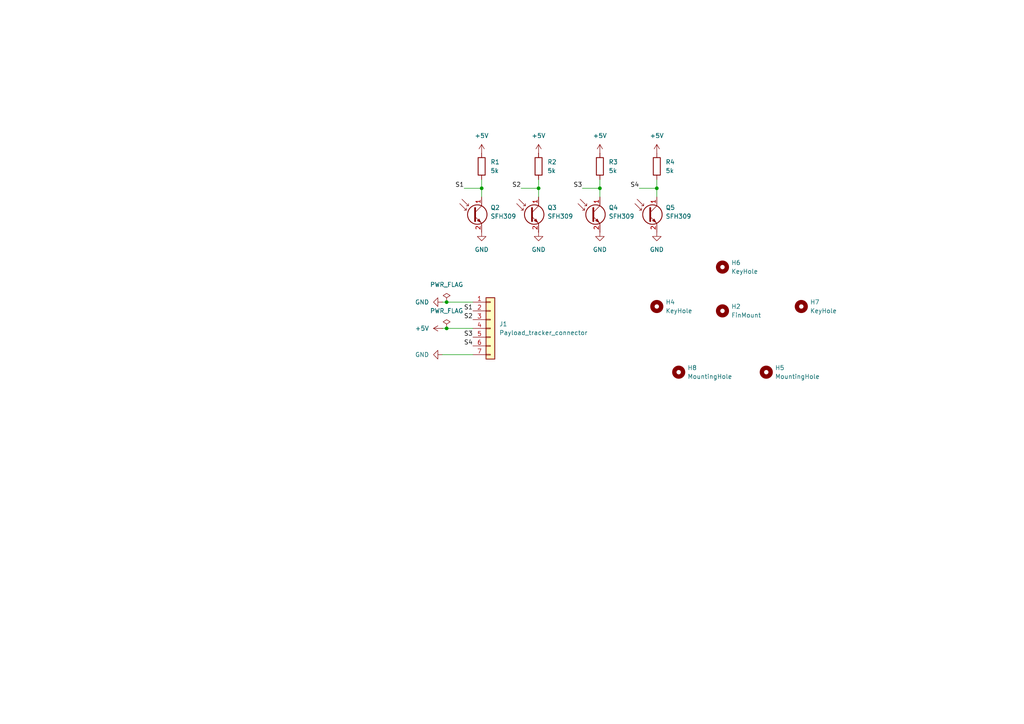
<source format=kicad_sch>
(kicad_sch (version 20250114) (generator "eeschema") (generator_version "9.0")
  (paper "A4")
  (lib_symbols
    (symbol "Connector_Generic:Conn_01x07" (pin_names (offset 1.016) (hide yes))
      (property "Reference" "J" (at 0 10.16 0))
      (property "Value" "Conn_01x07" (at 0 -10.16 0))
      (symbol "Conn_01x07_1_1"
        (rectangle (start -1.27 8.89) (end 1.27 -8.89) (stroke (width 0.254)) (fill (type background)))
        (rectangle (start -1.27 7.747) (end 0 7.493) (stroke (width 0.1524)))
        (rectangle (start -1.27 5.207) (end 0 4.953) (stroke (width 0.1524)))
        (rectangle (start -1.27 2.667) (end 0 2.413) (stroke (width 0.1524)))
        (rectangle (start -1.27 0.127) (end 0 -0.127) (stroke (width 0.1524)))
        (rectangle (start -1.27 -2.413) (end 0 -2.667) (stroke (width 0.1524)))
        (rectangle (start -1.27 -4.953) (end 0 -5.207) (stroke (width 0.1524)))
        (rectangle (start -1.27 -7.493) (end 0 -7.747) (stroke (width 0.1524)))
        (pin passive line (at -5.08 7.62 0) (length 3.81) (name "Pin_1") (number "1"))
        (pin passive line (at -5.08 5.08 0) (length 3.81) (name "Pin_2") (number "2"))
        (pin passive line (at -5.08 2.54 0) (length 3.81) (name "Pin_3") (number "3"))
        (pin passive line (at -5.08 0 0) (length 3.81) (name "Pin_4") (number "4"))
        (pin passive line (at -5.08 -2.54 0) (length 3.81) (name "Pin_5") (number "5"))
        (pin passive line (at -5.08 -5.08 0) (length 3.81) (name "Pin_6") (number "6"))
        (pin passive line (at -5.08 -7.62 0) (length 3.81) (name "Pin_7") (number "7"))
      )
    )
    (symbol "Device:R" (pin_numbers (hide yes)) (pin_names (offset 0))
      (property "Reference" "R" (at 2.032 0 90))
      (property "Value" "R" (at 0 0 90))
      (symbol "R_0_1"
        (rectangle (start -1.016 -2.54) (end 1.016 2.54) (stroke (width 0.254)))
      )
      (symbol "R_1_1"
        (pin passive line (at 0 3.81 270) (length 1.27) (name "~") (number "1"))
        (pin passive line (at 0 -3.81 90) (length 1.27) (name "~") (number "2"))
      )
    )
    (symbol "Mechanical:MountingHole" (pin_names (offset 1.016)) (exclude_from_sim yes) (in_bom no)
      (property "Reference" "H" (at 0 5.08 0))
      (property "Value" "MountingHole" (at 0 3.175 0))
      (symbol "MountingHole_0_1"
        (circle (center 0 0) (radius 1.27) (stroke (width 1.27)))
      )
    )
    (symbol "Sensor_Optical:SFH309" (pin_names (offset 0) (hide yes))
      (property "Reference" "Q" (at 5.08 1.27 0))
      (property "Value" "SFH309" (at 5.08 -1.27 0))
      (symbol "SFH309_0_1"
        (polyline (pts (xy -3.81 3.175) (xy -1.905 1.27) (xy -1.905 1.905)))
        (polyline (pts (xy -3.175 4.445) (xy -1.27 2.54) (xy -1.27 3.175)))
        (polyline (pts (xy -1.905 1.27) (xy -2.54 1.27)))
        (polyline (pts (xy -1.27 2.54) (xy -1.905 2.54)))
        (polyline (pts (xy 0.635 1.905) (xy 0.635 -1.905) (xy 0.635 -1.905)) (stroke (width 0.508)))
        (polyline (pts (xy 0.635 0.635) (xy 2.54 2.54)))
        (polyline (pts (xy 0.635 -0.635) (xy 2.54 -2.54) (xy 2.54 -2.54)))
        (circle (center 1.27 0) (radius 2.8194) (stroke (width 0.254)))
        (polyline (pts (xy 1.27 -1.778) (xy 1.778 -1.27) (xy 2.286 -2.286) (xy 1.27 -1.778) (xy 1.27 -1.778)) (fill (type outline)))
      )
      (symbol "SFH309_1_1"
        (pin passive line (at 2.54 5.08 270) (length 2.54) (name "C") (number "1"))
        (pin passive line (at 2.54 -5.08 90) (length 2.54) (name "E") (number "2"))
      )
    )
    (symbol "power:+5V" (power) (pin_numbers (hide yes)) (pin_names (offset 0) (hide yes))
      (property "Value" "+5V" (at 0 3.556 0))
      (symbol "+5V_0_1"
        (polyline (pts (xy -0.762 1.27) (xy 0 2.54)))
        (polyline (pts (xy 0 2.54) (xy 0.762 1.27)))
        (polyline (pts (xy 0 0) (xy 0 2.54)))
      )
      (symbol "+5V_1_1"
        (pin power_in line (at 0 0 90) (length 0) (name "~") (number "1"))
      )
    )
    (symbol "power:GND" (power) (pin_numbers (hide yes)) (pin_names (offset 0) (hide yes))
      (property "Value" "GND" (at 0 -3.81 0))
      (symbol "GND_0_1"
        (polyline (pts (xy 0 0) (xy 0 -1.27) (xy 1.27 -1.27) (xy 0 -2.54) (xy -1.27 -1.27) (xy 0 -1.27)))
      )
      (symbol "GND_1_1"
        (pin power_in line (at 0 0 270) (length 0) (name "~") (number "1"))
      )
    )
    (symbol "power:PWR_FLAG" (power) (pin_numbers (hide yes)) (pin_names (offset 0) (hide yes))
      (property "Value" "PWR_FLAG" (at 0 3.81 0))
      (symbol "PWR_FLAG_0_0"
        (pin power_out line (at 0 0 90) (length 0) (name "~") (number "1"))
      )
      (symbol "PWR_FLAG_0_1"
        (polyline (pts (xy 0 0) (xy 0 1.27) (xy -1.016 1.905) (xy 0 2.54) (xy 1.016 1.905) (xy 0 1.27)))
      )
    )
  )
  (junction (at 129.54 95.25))
  (junction (at 156.21 54.61))
  (junction (at 190.5 54.61))
  (junction (at 139.7 54.61))
  (junction (at 129.54 87.63))
  (junction (at 173.99 54.61))
  (wire (pts (xy 173.99 54.61) (xy 173.99 57.15)))
  (wire (pts (xy 190.5 52.07) (xy 190.5 54.61)))
  (wire (pts (xy 173.99 52.07) (xy 173.99 54.61)))
  (wire (pts (xy 139.7 54.61) (xy 139.7 57.15)))
  (wire (pts (xy 128.27 87.63) (xy 129.54 87.63)))
  (wire (pts (xy 156.21 54.61) (xy 156.21 57.15)))
  (wire (pts (xy 156.21 52.07) (xy 156.21 54.61)))
  (wire (pts (xy 190.5 54.61) (xy 190.5 57.15)))
  (wire (pts (xy 168.91 54.61) (xy 173.99 54.61)))
  (wire (pts (xy 128.27 102.87) (xy 137.16 102.87)))
  (wire (pts (xy 129.54 95.25) (xy 137.16 95.25)))
  (wire (pts (xy 129.54 87.63) (xy 137.16 87.63)))
  (wire (pts (xy 139.7 52.07) (xy 139.7 54.61)))
  (wire (pts (xy 134.62 54.61) (xy 139.7 54.61)))
  (wire (pts (xy 151.13 54.61) (xy 156.21 54.61)))
  (wire (pts (xy 185.42 54.61) (xy 190.5 54.61)))
  (wire (pts (xy 128.27 95.25) (xy 129.54 95.25)))
  (label "S4" (at 137.16 100.33 180))
  (label "S1" (at 134.62 54.61 180))
  (label "S3" (at 137.16 97.79 180))
  (label "S2" (at 137.16 92.71 180))
  (label "S2" (at 151.13 54.61 180))
  (label "S3" (at 168.91 54.61 180))
  (label "S1" (at 137.16 90.17 180))
  (label "S4" (at 185.42 54.61 180))
  (symbol (lib_id "Device:R") (at 190.5 48.26 0) (unit 1)
    (property "Reference" "R4" (at 193.04 46.9899 0) (effects (justify left)))
    (property "Value" "5k" (at 193.04 49.5299 0) (effects (justify left)))
    (property "Footprint" "Resistor_SMD:R_1206_3216Metric" (effects (hide yes)))
    (property "Description" "Resistor" (effects (hide yes)))
  )
  (symbol (lib_id "Mechanical:MountingHole") (at 190.5 88.9 0) (unit 1) (exclude_from_sim yes) (in_bom no)
    (property "Reference" "H4" (at 193.04 87.6299 0) (effects (justify left)))
    (property "Value" "KeyHole" (at 193.04 90.1699 0) (effects (justify left)))
    (property "Footprint" "MountingHole:MountingHole_2.2mm_M2" (effects (hide yes)))
    (property "Description" "Mounting Hole without connection" (effects (hide yes)))
  )
  (symbol (lib_id "Mechanical:MountingHole") (at 209.55 90.17 0) (unit 1) (exclude_from_sim yes) (in_bom no)
    (property "Reference" "H2" (at 212.09 88.8999 0) (effects (justify left)))
    (property "Value" "FinMount" (at 212.09 91.4399 0) (effects (justify left)))
    (property "Footprint" "MountingHole:MountingHole_4.3mm_M4" (effects (hide yes)))
    (property "Description" "Mounting Hole without connection" (effects (hide yes)))
  )
  (symbol (lib_id "Mechanical:MountingHole") (at 232.41 88.9 0) (unit 1) (exclude_from_sim yes) (in_bom no)
    (property "Reference" "H7" (at 234.95 87.6299 0) (effects (justify left)))
    (property "Value" "KeyHole" (at 234.95 90.1699 0) (effects (justify left)))
    (property "Footprint" "MountingHole:MountingHole_2.2mm_M2" (effects (hide yes)))
    (property "Description" "Mounting Hole without connection" (effects (hide yes)))
  )
  (symbol (lib_id "Mechanical:MountingHole") (at 222.25 107.95 0) (unit 1) (exclude_from_sim yes) (in_bom no)
    (property "Reference" "H5" (at 224.79 106.6799 0) (effects (justify left)))
    (property "Value" "MountingHole" (at 224.79 109.2199 0) (effects (justify left)))
    (property "Footprint" "MountingHole:MountingHole_2.2mm_M2" (effects (hide yes)))
    (property "Description" "Mounting Hole without connection" (effects (hide yes)))
  )
  (symbol (lib_id "Sensor_Optical:SFH309") (at 137.16 62.23 0) (unit 1)
    (property "Reference" "Q2" (at 142.24 60.2106 0) (effects (justify left)))
    (property "Value" "SFH309" (at 142.24 62.7506 0) (effects (justify left)))
    (property "Footprint" "LED_THT:LED_D5.0mm_Clear" (effects (hide yes)))
    (property "Datasheet" "http://www.osram-os.com/Graphics/XPic2/00101811_0.pdf/SFH%20309,%20SFH%20309%20FA,%20Lead%20(Pb)%20Free%20Product%20-%20RoHS%20Compliant.pdf" (effects (hide yes)))
    (property "Description" "Phototransistor NPN" (effects (hide yes)))
  )
  (symbol (lib_id "Sensor_Optical:SFH309") (at 153.67 62.23 0) (unit 1)
    (property "Reference" "Q3" (at 158.75 60.2106 0) (effects (justify left)))
    (property "Value" "SFH309" (at 158.75 62.7506 0) (effects (justify left)))
    (property "Footprint" "LED_THT:LED_D5.0mm_Clear" (effects (hide yes)))
    (property "Datasheet" "http://www.osram-os.com/Graphics/XPic2/00101811_0.pdf/SFH%20309,%20SFH%20309%20FA,%20Lead%20(Pb)%20Free%20Product%20-%20RoHS%20Compliant.pdf" (effects (hide yes)))
    (property "Description" "Phototransistor NPN" (effects (hide yes)))
  )
  (symbol (lib_id "power:PWR_FLAG") (at 129.54 95.25 0) (unit 1)
    (property "Reference" "#FLG02" (effects (hide yes)))
    (property "Value" "PWR_FLAG" (at 129.54 90.17 0))
    (property "Description" "Special symbol for telling ERC where power comes from" (effects (hide yes)))
  )
  (symbol (lib_id "power:+5V") (at 173.99 44.45 0) (unit 1)
    (property "Reference" "#PWR08" (effects (hide yes)))
    (property "Value" "+5V" (at 173.99 39.37 0))
    (property "Description" "Power symbol creates a global label with name \"+5V\"" (effects (hide yes)))
  )
  (symbol (lib_id "power:GND") (at 173.99 67.31 0) (unit 1)
    (property "Reference" "#PWR010" (effects (hide yes)))
    (property "Value" "GND" (at 173.99 72.39 0))
    (property "Description" "Power symbol creates a global label with name \"GND\" , ground" (effects (hide yes)))
  )
  (symbol (lib_id "power:GND") (at 128.27 102.87 270) (unit 1)
    (property "Reference" "#PWR02" (effects (hide yes)))
    (property "Value" "GND" (at 124.46 102.8699 90) (effects (justify right)))
    (property "Description" "Power symbol creates a global label with name \"GND\" , ground" (effects (hide yes)))
  )
  (symbol (lib_id "Sensor_Optical:SFH309") (at 187.96 62.23 0) (unit 1)
    (property "Reference" "Q5" (at 193.04 60.2106 0) (effects (justify left)))
    (property "Value" "SFH309" (at 193.04 62.7506 0) (effects (justify left)))
    (property "Footprint" "LED_THT:LED_D5.0mm_Clear" (effects (hide yes)))
    (property "Datasheet" "http://www.osram-os.com/Graphics/XPic2/00101811_0.pdf/SFH%20309,%20SFH%20309%20FA,%20Lead%20(Pb)%20Free%20Product%20-%20RoHS%20Compliant.pdf" (effects (hide yes)))
    (property "Description" "Phototransistor NPN" (effects (hide yes)))
  )
  (symbol (lib_id "Connector_Generic:Conn_01x07") (at 142.24 95.25 0) (unit 1)
    (property "Reference" "J1" (at 144.78 93.9799 0) (effects (justify left)))
    (property "Value" "Payload_tracker_connector" (at 144.78 96.5199 0) (effects (justify left)))
    (property "Footprint" "Connector_PinHeader_2.54mm:PinHeader_1x07_P2.54mm_Vertical" (effects (hide yes)))
    (property "Description" "Generic connector, single row, 01x07, script generated (kicad-library-utils/schlib/autogen/connector/)" (effects (hide yes)))
  )
  (symbol (lib_id "Device:R") (at 173.99 48.26 0) (unit 1)
    (property "Reference" "R3" (at 176.53 46.9899 0) (effects (justify left)))
    (property "Value" "5k" (at 176.53 49.5299 0) (effects (justify left)))
    (property "Footprint" "Resistor_SMD:R_1206_3216Metric" (effects (hide yes)))
    (property "Description" "Resistor" (effects (hide yes)))
  )
  (symbol (lib_id "Device:R") (at 156.21 48.26 0) (unit 1)
    (property "Reference" "R2" (at 158.75 46.9899 0) (effects (justify left)))
    (property "Value" "5k" (at 158.75 49.5299 0) (effects (justify left)))
    (property "Footprint" "Resistor_SMD:R_1206_3216Metric" (effects (hide yes)))
    (property "Description" "Resistor" (effects (hide yes)))
  )
  (symbol (lib_id "power:GND") (at 139.7 67.31 0) (unit 1)
    (property "Reference" "#PWR05" (effects (hide yes)))
    (property "Value" "GND" (at 139.7 72.39 0))
    (property "Description" "Power symbol creates a global label with name \"GND\" , ground" (effects (hide yes)))
  )
  (symbol (lib_id "power:+5V") (at 128.27 95.25 90) (unit 1)
    (property "Reference" "#PWR03" (effects (hide yes)))
    (property "Value" "+5V" (at 124.46 95.2499 90) (effects (justify left)))
    (property "Description" "Power symbol creates a global label with name \"+5V\"" (effects (hide yes)))
  )
  (symbol (lib_id "power:+5V") (at 156.21 44.45 0) (unit 1)
    (property "Reference" "#PWR07" (effects (hide yes)))
    (property "Value" "+5V" (at 156.21 39.37 0))
    (property "Description" "Power symbol creates a global label with name \"+5V\"" (effects (hide yes)))
  )
  (symbol (lib_id "power:GND") (at 156.21 67.31 0) (unit 1)
    (property "Reference" "#PWR09" (effects (hide yes)))
    (property "Value" "GND" (at 156.21 72.39 0))
    (property "Description" "Power symbol creates a global label with name \"GND\" , ground" (effects (hide yes)))
  )
  (symbol (lib_id "Mechanical:MountingHole") (at 196.85 107.95 0) (unit 1) (exclude_from_sim yes) (in_bom no)
    (property "Reference" "H8" (at 199.39 106.6799 0) (effects (justify left)))
    (property "Value" "MountingHole" (at 199.39 109.2199 0) (effects (justify left)))
    (property "Footprint" "MountingHole:MountingHole_2.2mm_M2" (effects (hide yes)))
    (property "Description" "Mounting Hole without connection" (effects (hide yes)))
  )
  (symbol (lib_id "power:GND") (at 128.27 87.63 270) (unit 1)
    (property "Reference" "#PWR01" (effects (hide yes)))
    (property "Value" "GND" (at 124.46 87.6299 90) (effects (justify right)))
    (property "Description" "Power symbol creates a global label with name \"GND\" , ground" (effects (hide yes)))
  )
  (symbol (lib_id "Sensor_Optical:SFH309") (at 171.45 62.23 0) (unit 1)
    (property "Reference" "Q4" (at 176.53 60.2106 0) (effects (justify left)))
    (property "Value" "SFH309" (at 176.53 62.7506 0) (effects (justify left)))
    (property "Footprint" "LED_THT:LED_D5.0mm_Clear" (effects (hide yes)))
    (property "Datasheet" "http://www.osram-os.com/Graphics/XPic2/00101811_0.pdf/SFH%20309,%20SFH%20309%20FA,%20Lead%20(Pb)%20Free%20Product%20-%20RoHS%20Compliant.pdf" (effects (hide yes)))
    (property "Description" "Phototransistor NPN" (effects (hide yes)))
  )
  (symbol (lib_id "power:PWR_FLAG") (at 129.54 87.63 0) (unit 1)
    (property "Reference" "#FLG01" (effects (hide yes)))
    (property "Value" "PWR_FLAG" (at 129.54 82.55 0))
    (property "Description" "Special symbol for telling ERC where power comes from" (effects (hide yes)))
  )
  (symbol (lib_id "Mechanical:MountingHole") (at 209.55 77.47 0) (unit 1) (exclude_from_sim yes) (in_bom no)
    (property "Reference" "H6" (at 212.09 76.1999 0) (effects (justify left)))
    (property "Value" "KeyHole" (at 212.09 78.7399 0) (effects (justify left)))
    (property "Footprint" "MountingHole:MountingHole_2.2mm_M2" (effects (hide yes)))
    (property "Description" "Mounting Hole without connection" (effects (hide yes)))
  )
  (symbol (lib_id "power:+5V") (at 139.7 44.45 0) (unit 1)
    (property "Reference" "#PWR06" (effects (hide yes)))
    (property "Value" "+5V" (at 139.7 39.37 0))
    (property "Description" "Power symbol creates a global label with name \"+5V\"" (effects (hide yes)))
  )
  (symbol (lib_id "power:+5V") (at 190.5 44.45 0) (unit 1)
    (property "Reference" "#PWR011" (effects (hide yes)))
    (property "Value" "+5V" (at 190.5 39.37 0))
    (property "Description" "Power symbol creates a global label with name \"+5V\"" (effects (hide yes)))
  )
  (symbol (lib_id "power:GND") (at 190.5 67.31 0) (unit 1)
    (property "Reference" "#PWR012" (effects (hide yes)))
    (property "Value" "GND" (at 190.5 72.39 0))
    (property "Description" "Power symbol creates a global label with name \"GND\" , ground" (effects (hide yes)))
  )
  (symbol (lib_id "Device:R") (at 139.7 48.26 0) (unit 1)
    (property "Reference" "R1" (at 142.24 46.9899 0) (effects (justify left)))
    (property "Value" "5k" (at 142.24 49.5299 0) (effects (justify left)))
    (property "Footprint" "Resistor_SMD:R_1206_3216Metric" (effects (hide yes)))
    (property "Description" "Resistor" (effects (hide yes)))
  )
)
</source>
